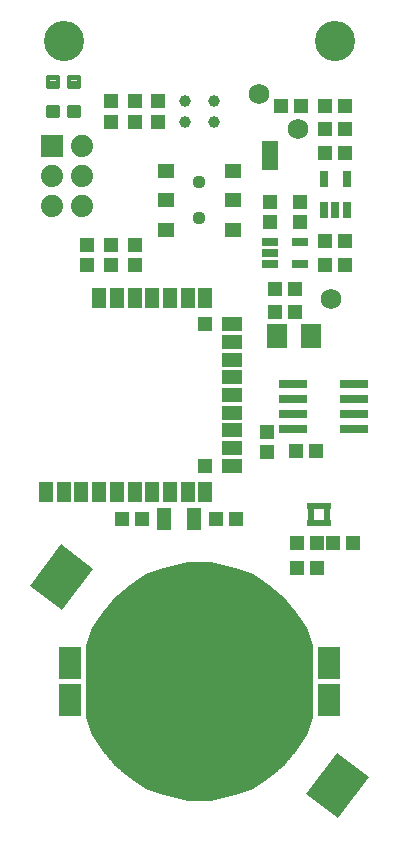
<source format=gbr>
G75*
%MOIN*%
%OFA0B0*%
%FSLAX25Y25*%
%IPPOS*%
%LPD*%
%AMOC8*
5,1,8,0,0,1.08239X$1,22.5*
%
%ADD10C,0.13398*%
%ADD11C,0.01421*%
%ADD12R,0.05131X0.04737*%
%ADD13R,0.07800X0.10800*%
%ADD14C,0.32296*%
%ADD15C,0.00500*%
%ADD16R,0.07099X0.07887*%
%ADD17R,0.04737X0.05131*%
%ADD18R,0.05524X0.02965*%
%ADD19R,0.05131X0.07493*%
%ADD20R,0.05800X0.03300*%
%ADD21R,0.04737X0.06706*%
%ADD22R,0.06706X0.04737*%
%ADD23R,0.04737X0.04737*%
%ADD24R,0.02965X0.05524*%
%ADD25C,0.03950*%
%ADD26R,0.07400X0.07400*%
%ADD27C,0.07400*%
%ADD28C,0.06800*%
%ADD29R,0.13398X0.17335*%
%ADD30R,0.09461X0.03162*%
%ADD31R,0.05328X0.04737*%
%ADD32C,0.04400*%
%ADD33R,0.02178X0.02276*%
%ADD34R,0.02276X0.02178*%
D10*
X0013780Y0261811D03*
X0104331Y0261811D03*
D11*
X0011985Y0239847D02*
X0011985Y0236531D01*
X0008669Y0236531D01*
X0008669Y0239847D01*
X0011985Y0239847D01*
X0011985Y0237951D02*
X0008669Y0237951D01*
X0008669Y0239371D02*
X0011985Y0239371D01*
X0018890Y0239847D02*
X0018890Y0236531D01*
X0015574Y0236531D01*
X0015574Y0239847D01*
X0018890Y0239847D01*
X0018890Y0237951D02*
X0015574Y0237951D01*
X0015574Y0239371D02*
X0018890Y0239371D01*
X0011985Y0249689D02*
X0011985Y0246373D01*
X0008669Y0246373D01*
X0008669Y0249689D01*
X0011985Y0249689D01*
X0011985Y0247793D02*
X0008669Y0247793D01*
X0008669Y0249213D02*
X0011985Y0249213D01*
X0018890Y0249689D02*
X0018890Y0246373D01*
X0015574Y0246373D01*
X0015574Y0249689D01*
X0018890Y0249689D01*
X0018890Y0247793D02*
X0015574Y0247793D01*
X0015574Y0249213D02*
X0018890Y0249213D01*
D12*
X0029528Y0241535D03*
X0029528Y0234843D03*
X0037402Y0241535D03*
X0037402Y0234843D03*
X0107677Y0232283D03*
X0100984Y0232283D03*
X0091142Y0125000D03*
X0097835Y0125000D03*
X0039764Y0102362D03*
X0033071Y0102362D03*
X0064567Y0102362D03*
X0071260Y0102362D03*
X0084252Y0179134D03*
X0090945Y0179134D03*
X0086220Y0240157D03*
X0092913Y0240157D03*
X0021654Y0187106D03*
X0021654Y0193799D03*
X0084252Y0171260D03*
X0090945Y0171260D03*
X0037402Y0187106D03*
X0037402Y0193799D03*
X0098327Y0094488D03*
X0091634Y0094488D03*
X0098327Y0086122D03*
X0091634Y0086122D03*
X0103445Y0094488D03*
X0110138Y0094488D03*
D13*
X0015748Y0054331D03*
X0102362Y0054331D03*
X0015748Y0042126D03*
X0102362Y0042126D03*
D14*
X0059055Y0048228D03*
D15*
X0059055Y0087598D02*
X0055118Y0087598D01*
X0047244Y0085630D01*
X0041339Y0083661D01*
X0035433Y0079724D01*
X0031102Y0076181D01*
X0027559Y0071850D01*
X0023622Y0065945D01*
X0021654Y0060039D01*
X0021654Y0048228D01*
X0059055Y0048228D01*
X0059055Y0087598D01*
X0059055Y0048356D02*
X0021654Y0048356D01*
X0021654Y0048854D02*
X0059055Y0048854D01*
X0059055Y0049353D02*
X0021654Y0049353D01*
X0021654Y0049851D02*
X0059055Y0049851D01*
X0059055Y0050350D02*
X0021654Y0050350D01*
X0021654Y0050848D02*
X0059055Y0050848D01*
X0059055Y0051347D02*
X0021654Y0051347D01*
X0021654Y0051845D02*
X0059055Y0051845D01*
X0059055Y0052344D02*
X0021654Y0052344D01*
X0021654Y0052842D02*
X0059055Y0052842D01*
X0059055Y0053341D02*
X0021654Y0053341D01*
X0021654Y0053839D02*
X0059055Y0053839D01*
X0059055Y0054338D02*
X0021654Y0054338D01*
X0021654Y0054836D02*
X0059055Y0054836D01*
X0059055Y0055335D02*
X0021654Y0055335D01*
X0021654Y0055833D02*
X0059055Y0055833D01*
X0059055Y0056332D02*
X0021654Y0056332D01*
X0021654Y0056830D02*
X0059055Y0056830D01*
X0059055Y0057329D02*
X0021654Y0057329D01*
X0021654Y0057827D02*
X0059055Y0057827D01*
X0059055Y0058326D02*
X0021654Y0058326D01*
X0021654Y0058824D02*
X0059055Y0058824D01*
X0059055Y0059323D02*
X0021654Y0059323D01*
X0021654Y0059821D02*
X0059055Y0059821D01*
X0059055Y0060320D02*
X0021747Y0060320D01*
X0021913Y0060818D02*
X0059055Y0060818D01*
X0059055Y0061317D02*
X0022079Y0061317D01*
X0022246Y0061815D02*
X0059055Y0061815D01*
X0059055Y0062314D02*
X0022412Y0062314D01*
X0022578Y0062812D02*
X0059055Y0062812D01*
X0059055Y0063311D02*
X0022744Y0063311D01*
X0022910Y0063809D02*
X0059055Y0063809D01*
X0059055Y0064308D02*
X0023076Y0064308D01*
X0023243Y0064806D02*
X0059055Y0064806D01*
X0059055Y0065305D02*
X0023409Y0065305D01*
X0023575Y0065803D02*
X0059055Y0065803D01*
X0059055Y0066302D02*
X0023860Y0066302D01*
X0024192Y0066801D02*
X0059055Y0066801D01*
X0059055Y0067299D02*
X0024525Y0067299D01*
X0024857Y0067798D02*
X0059055Y0067798D01*
X0059055Y0068296D02*
X0025189Y0068296D01*
X0025522Y0068795D02*
X0059055Y0068795D01*
X0059055Y0069293D02*
X0025854Y0069293D01*
X0026187Y0069792D02*
X0059055Y0069792D01*
X0059055Y0070290D02*
X0026519Y0070290D01*
X0026851Y0070789D02*
X0059055Y0070789D01*
X0059055Y0071287D02*
X0027184Y0071287D01*
X0027516Y0071786D02*
X0059055Y0071786D01*
X0059055Y0072284D02*
X0027914Y0072284D01*
X0028322Y0072783D02*
X0059055Y0072783D01*
X0059055Y0073281D02*
X0028730Y0073281D01*
X0029138Y0073780D02*
X0059055Y0073780D01*
X0059055Y0074278D02*
X0029545Y0074278D01*
X0029953Y0074777D02*
X0059055Y0074777D01*
X0059055Y0075275D02*
X0030361Y0075275D01*
X0030769Y0075774D02*
X0059055Y0075774D01*
X0059055Y0076272D02*
X0031214Y0076272D01*
X0031823Y0076771D02*
X0059055Y0076771D01*
X0059055Y0077269D02*
X0032432Y0077269D01*
X0033042Y0077768D02*
X0059055Y0077768D01*
X0059055Y0078266D02*
X0033651Y0078266D01*
X0034260Y0078765D02*
X0059055Y0078765D01*
X0059055Y0079263D02*
X0034870Y0079263D01*
X0035489Y0079762D02*
X0059055Y0079762D01*
X0059055Y0080260D02*
X0036237Y0080260D01*
X0036985Y0080759D02*
X0059055Y0080759D01*
X0059055Y0081257D02*
X0037732Y0081257D01*
X0038480Y0081756D02*
X0059055Y0081756D01*
X0059055Y0082254D02*
X0039228Y0082254D01*
X0039976Y0082753D02*
X0059055Y0082753D01*
X0059055Y0083251D02*
X0040724Y0083251D01*
X0041604Y0083750D02*
X0059055Y0083750D01*
X0059055Y0084248D02*
X0043100Y0084248D01*
X0044595Y0084747D02*
X0059055Y0084747D01*
X0059055Y0085245D02*
X0046091Y0085245D01*
X0047700Y0085744D02*
X0059055Y0085744D01*
X0059055Y0086242D02*
X0049694Y0086242D01*
X0051688Y0086741D02*
X0059055Y0086741D01*
X0059055Y0087239D02*
X0053682Y0087239D01*
X0059055Y0008858D02*
X0062992Y0008858D01*
X0070866Y0010827D01*
X0076772Y0012795D01*
X0082677Y0016732D01*
X0087008Y0020276D01*
X0090551Y0024606D01*
X0094488Y0030512D01*
X0096457Y0036417D01*
X0096457Y0048228D01*
X0059055Y0048228D01*
X0059055Y0008858D01*
X0059055Y0008973D02*
X0063452Y0008973D01*
X0065446Y0009472D02*
X0059055Y0009472D01*
X0059055Y0009970D02*
X0067440Y0009970D01*
X0069434Y0010469D02*
X0059055Y0010469D01*
X0059055Y0010967D02*
X0071288Y0010967D01*
X0072783Y0011466D02*
X0059055Y0011466D01*
X0059055Y0011964D02*
X0074279Y0011964D01*
X0075774Y0012463D02*
X0059055Y0012463D01*
X0059055Y0012961D02*
X0077021Y0012961D01*
X0077768Y0013460D02*
X0059055Y0013460D01*
X0059055Y0013958D02*
X0078516Y0013958D01*
X0079264Y0014457D02*
X0059055Y0014457D01*
X0059055Y0014955D02*
X0080012Y0014955D01*
X0080760Y0015454D02*
X0059055Y0015454D01*
X0059055Y0015952D02*
X0081507Y0015952D01*
X0082255Y0016451D02*
X0059055Y0016451D01*
X0059055Y0016949D02*
X0082943Y0016949D01*
X0083552Y0017448D02*
X0059055Y0017448D01*
X0059055Y0017946D02*
X0084161Y0017946D01*
X0084770Y0018445D02*
X0059055Y0018445D01*
X0059055Y0018943D02*
X0085380Y0018943D01*
X0085989Y0019442D02*
X0059055Y0019442D01*
X0059055Y0019940D02*
X0086598Y0019940D01*
X0087142Y0020439D02*
X0059055Y0020439D01*
X0059055Y0020937D02*
X0087549Y0020937D01*
X0087957Y0021436D02*
X0059055Y0021436D01*
X0059055Y0021934D02*
X0088365Y0021934D01*
X0088773Y0022433D02*
X0059055Y0022433D01*
X0059055Y0022932D02*
X0089181Y0022932D01*
X0089589Y0023430D02*
X0059055Y0023430D01*
X0059055Y0023929D02*
X0089997Y0023929D01*
X0090405Y0024427D02*
X0059055Y0024427D01*
X0059055Y0024926D02*
X0090764Y0024926D01*
X0091096Y0025424D02*
X0059055Y0025424D01*
X0059055Y0025923D02*
X0091429Y0025923D01*
X0091761Y0026421D02*
X0059055Y0026421D01*
X0059055Y0026920D02*
X0092093Y0026920D01*
X0092426Y0027418D02*
X0059055Y0027418D01*
X0059055Y0027917D02*
X0092758Y0027917D01*
X0093090Y0028415D02*
X0059055Y0028415D01*
X0059055Y0028914D02*
X0093423Y0028914D01*
X0093755Y0029412D02*
X0059055Y0029412D01*
X0059055Y0029911D02*
X0094087Y0029911D01*
X0094420Y0030409D02*
X0059055Y0030409D01*
X0059055Y0030908D02*
X0094620Y0030908D01*
X0094786Y0031406D02*
X0059055Y0031406D01*
X0059055Y0031905D02*
X0094952Y0031905D01*
X0095119Y0032403D02*
X0059055Y0032403D01*
X0059055Y0032902D02*
X0095285Y0032902D01*
X0095451Y0033400D02*
X0059055Y0033400D01*
X0059055Y0033899D02*
X0095617Y0033899D01*
X0095783Y0034397D02*
X0059055Y0034397D01*
X0059055Y0034896D02*
X0095950Y0034896D01*
X0096116Y0035394D02*
X0059055Y0035394D01*
X0059055Y0035893D02*
X0096282Y0035893D01*
X0096448Y0036391D02*
X0059055Y0036391D01*
X0059055Y0036890D02*
X0096457Y0036890D01*
X0096457Y0037388D02*
X0059055Y0037388D01*
X0059055Y0037887D02*
X0096457Y0037887D01*
X0096457Y0038385D02*
X0059055Y0038385D01*
X0059055Y0038884D02*
X0096457Y0038884D01*
X0096457Y0039382D02*
X0059055Y0039382D01*
X0059055Y0039881D02*
X0096457Y0039881D01*
X0096457Y0040379D02*
X0059055Y0040379D01*
X0059055Y0040878D02*
X0096457Y0040878D01*
X0096457Y0041376D02*
X0059055Y0041376D01*
X0059055Y0041875D02*
X0096457Y0041875D01*
X0096457Y0042373D02*
X0059055Y0042373D01*
X0059055Y0042872D02*
X0096457Y0042872D01*
X0096457Y0043370D02*
X0059055Y0043370D01*
X0059055Y0043869D02*
X0096457Y0043869D01*
X0096457Y0044368D02*
X0059055Y0044368D01*
X0059055Y0044866D02*
X0096457Y0044866D01*
X0096457Y0045365D02*
X0059055Y0045365D01*
X0059055Y0045863D02*
X0096457Y0045863D01*
X0096457Y0046362D02*
X0059055Y0046362D01*
X0059055Y0046860D02*
X0096457Y0046860D01*
X0096457Y0047359D02*
X0059055Y0047359D01*
X0059055Y0047857D02*
X0096457Y0047857D01*
X0096457Y0048228D02*
X0096457Y0060039D01*
X0094488Y0065945D01*
X0090551Y0071850D01*
X0087008Y0076181D01*
X0082677Y0079724D01*
X0076772Y0083661D01*
X0070866Y0085630D01*
X0062992Y0087598D01*
X0059055Y0087598D01*
X0059055Y0048228D01*
X0096457Y0048228D01*
X0096457Y0048356D02*
X0059055Y0048356D01*
X0059055Y0048854D02*
X0096457Y0048854D01*
X0096457Y0049353D02*
X0059055Y0049353D01*
X0059055Y0049851D02*
X0096457Y0049851D01*
X0096457Y0050350D02*
X0059055Y0050350D01*
X0059055Y0050848D02*
X0096457Y0050848D01*
X0096457Y0051347D02*
X0059055Y0051347D01*
X0059055Y0051845D02*
X0096457Y0051845D01*
X0096457Y0052344D02*
X0059055Y0052344D01*
X0059055Y0052842D02*
X0096457Y0052842D01*
X0096457Y0053341D02*
X0059055Y0053341D01*
X0059055Y0053839D02*
X0096457Y0053839D01*
X0096457Y0054338D02*
X0059055Y0054338D01*
X0059055Y0054836D02*
X0096457Y0054836D01*
X0096457Y0055335D02*
X0059055Y0055335D01*
X0059055Y0055833D02*
X0096457Y0055833D01*
X0096457Y0056332D02*
X0059055Y0056332D01*
X0059055Y0056830D02*
X0096457Y0056830D01*
X0096457Y0057329D02*
X0059055Y0057329D01*
X0059055Y0057827D02*
X0096457Y0057827D01*
X0096457Y0058326D02*
X0059055Y0058326D01*
X0059055Y0058824D02*
X0096457Y0058824D01*
X0096457Y0059323D02*
X0059055Y0059323D01*
X0059055Y0059821D02*
X0096457Y0059821D01*
X0096363Y0060320D02*
X0059055Y0060320D01*
X0059055Y0060818D02*
X0096197Y0060818D01*
X0096031Y0061317D02*
X0059055Y0061317D01*
X0059055Y0061815D02*
X0095865Y0061815D01*
X0095699Y0062314D02*
X0059055Y0062314D01*
X0059055Y0062812D02*
X0095532Y0062812D01*
X0095366Y0063311D02*
X0059055Y0063311D01*
X0059055Y0063809D02*
X0095200Y0063809D01*
X0095034Y0064308D02*
X0059055Y0064308D01*
X0059055Y0064806D02*
X0094868Y0064806D01*
X0094701Y0065305D02*
X0059055Y0065305D01*
X0059055Y0065803D02*
X0094535Y0065803D01*
X0094250Y0066302D02*
X0059055Y0066302D01*
X0059055Y0066801D02*
X0093918Y0066801D01*
X0093585Y0067299D02*
X0059055Y0067299D01*
X0059055Y0067798D02*
X0093253Y0067798D01*
X0092921Y0068296D02*
X0059055Y0068296D01*
X0059055Y0068795D02*
X0092588Y0068795D01*
X0092256Y0069293D02*
X0059055Y0069293D01*
X0059055Y0069792D02*
X0091924Y0069792D01*
X0091591Y0070290D02*
X0059055Y0070290D01*
X0059055Y0070789D02*
X0091259Y0070789D01*
X0090927Y0071287D02*
X0059055Y0071287D01*
X0059055Y0071786D02*
X0090594Y0071786D01*
X0090196Y0072284D02*
X0059055Y0072284D01*
X0059055Y0072783D02*
X0089788Y0072783D01*
X0089381Y0073281D02*
X0059055Y0073281D01*
X0059055Y0073780D02*
X0088973Y0073780D01*
X0088565Y0074278D02*
X0059055Y0074278D01*
X0059055Y0074777D02*
X0088157Y0074777D01*
X0087749Y0075275D02*
X0059055Y0075275D01*
X0059055Y0075774D02*
X0087341Y0075774D01*
X0086896Y0076272D02*
X0059055Y0076272D01*
X0059055Y0076771D02*
X0086287Y0076771D01*
X0085678Y0077269D02*
X0059055Y0077269D01*
X0059055Y0077768D02*
X0085069Y0077768D01*
X0084459Y0078266D02*
X0059055Y0078266D01*
X0059055Y0078765D02*
X0083850Y0078765D01*
X0083241Y0079263D02*
X0059055Y0079263D01*
X0059055Y0079762D02*
X0082621Y0079762D01*
X0081873Y0080260D02*
X0059055Y0080260D01*
X0059055Y0080759D02*
X0081126Y0080759D01*
X0080378Y0081257D02*
X0059055Y0081257D01*
X0059055Y0081756D02*
X0079630Y0081756D01*
X0078882Y0082254D02*
X0059055Y0082254D01*
X0059055Y0082753D02*
X0078134Y0082753D01*
X0077387Y0083251D02*
X0059055Y0083251D01*
X0059055Y0083750D02*
X0076506Y0083750D01*
X0075011Y0084248D02*
X0059055Y0084248D01*
X0059055Y0084747D02*
X0073515Y0084747D01*
X0072020Y0085245D02*
X0059055Y0085245D01*
X0059055Y0085744D02*
X0070410Y0085744D01*
X0068416Y0086242D02*
X0059055Y0086242D01*
X0059055Y0086741D02*
X0066422Y0086741D01*
X0064428Y0087239D02*
X0059055Y0087239D01*
X0021654Y0048228D02*
X0021654Y0036417D01*
X0023622Y0030512D01*
X0027559Y0024606D01*
X0031102Y0020276D01*
X0035433Y0016732D01*
X0041339Y0012795D01*
X0047244Y0010827D01*
X0055118Y0008858D01*
X0059055Y0008858D01*
X0059055Y0048228D01*
X0021654Y0048228D01*
X0054658Y0008973D02*
X0059055Y0008973D01*
X0059055Y0009472D02*
X0052664Y0009472D01*
X0050670Y0009970D02*
X0059055Y0009970D01*
X0059055Y0010469D02*
X0048676Y0010469D01*
X0046823Y0010967D02*
X0059055Y0010967D01*
X0059055Y0011466D02*
X0045327Y0011466D01*
X0043832Y0011964D02*
X0059055Y0011964D01*
X0059055Y0012463D02*
X0042336Y0012463D01*
X0041090Y0012961D02*
X0059055Y0012961D01*
X0059055Y0013460D02*
X0040342Y0013460D01*
X0039594Y0013958D02*
X0059055Y0013958D01*
X0059055Y0014457D02*
X0038846Y0014457D01*
X0038098Y0014955D02*
X0059055Y0014955D01*
X0059055Y0015454D02*
X0037351Y0015454D01*
X0036603Y0015952D02*
X0059055Y0015952D01*
X0059055Y0016451D02*
X0035855Y0016451D01*
X0035168Y0016949D02*
X0059055Y0016949D01*
X0059055Y0017448D02*
X0034558Y0017448D01*
X0033949Y0017946D02*
X0059055Y0017946D01*
X0059055Y0018445D02*
X0033340Y0018445D01*
X0032731Y0018943D02*
X0059055Y0018943D01*
X0059055Y0019442D02*
X0032121Y0019442D01*
X0031512Y0019940D02*
X0059055Y0019940D01*
X0059055Y0020439D02*
X0030969Y0020439D01*
X0030561Y0020937D02*
X0059055Y0020937D01*
X0059055Y0021436D02*
X0030153Y0021436D01*
X0029745Y0021934D02*
X0059055Y0021934D01*
X0059055Y0022433D02*
X0029337Y0022433D01*
X0028929Y0022932D02*
X0059055Y0022932D01*
X0059055Y0023430D02*
X0028521Y0023430D01*
X0028114Y0023929D02*
X0059055Y0023929D01*
X0059055Y0024427D02*
X0027706Y0024427D01*
X0027346Y0024926D02*
X0059055Y0024926D01*
X0059055Y0025424D02*
X0027014Y0025424D01*
X0026682Y0025923D02*
X0059055Y0025923D01*
X0059055Y0026421D02*
X0026349Y0026421D01*
X0026017Y0026920D02*
X0059055Y0026920D01*
X0059055Y0027418D02*
X0025684Y0027418D01*
X0025352Y0027917D02*
X0059055Y0027917D01*
X0059055Y0028415D02*
X0025020Y0028415D01*
X0024687Y0028914D02*
X0059055Y0028914D01*
X0059055Y0029412D02*
X0024355Y0029412D01*
X0024023Y0029911D02*
X0059055Y0029911D01*
X0059055Y0030409D02*
X0023690Y0030409D01*
X0023490Y0030908D02*
X0059055Y0030908D01*
X0059055Y0031406D02*
X0023324Y0031406D01*
X0023158Y0031905D02*
X0059055Y0031905D01*
X0059055Y0032403D02*
X0022992Y0032403D01*
X0022825Y0032902D02*
X0059055Y0032902D01*
X0059055Y0033400D02*
X0022659Y0033400D01*
X0022493Y0033899D02*
X0059055Y0033899D01*
X0059055Y0034397D02*
X0022327Y0034397D01*
X0022161Y0034896D02*
X0059055Y0034896D01*
X0059055Y0035394D02*
X0021995Y0035394D01*
X0021828Y0035893D02*
X0059055Y0035893D01*
X0059055Y0036391D02*
X0021662Y0036391D01*
X0021654Y0036890D02*
X0059055Y0036890D01*
X0059055Y0037388D02*
X0021654Y0037388D01*
X0021654Y0037887D02*
X0059055Y0037887D01*
X0059055Y0038385D02*
X0021654Y0038385D01*
X0021654Y0038884D02*
X0059055Y0038884D01*
X0059055Y0039382D02*
X0021654Y0039382D01*
X0021654Y0039881D02*
X0059055Y0039881D01*
X0059055Y0040379D02*
X0021654Y0040379D01*
X0021654Y0040878D02*
X0059055Y0040878D01*
X0059055Y0041376D02*
X0021654Y0041376D01*
X0021654Y0041875D02*
X0059055Y0041875D01*
X0059055Y0042373D02*
X0021654Y0042373D01*
X0021654Y0042872D02*
X0059055Y0042872D01*
X0059055Y0043370D02*
X0021654Y0043370D01*
X0021654Y0043869D02*
X0059055Y0043869D01*
X0059055Y0044368D02*
X0021654Y0044368D01*
X0021654Y0044866D02*
X0059055Y0044866D01*
X0059055Y0045365D02*
X0021654Y0045365D01*
X0021654Y0045863D02*
X0059055Y0045863D01*
X0059055Y0046362D02*
X0021654Y0046362D01*
X0021654Y0046860D02*
X0059055Y0046860D01*
X0059055Y0047359D02*
X0021654Y0047359D01*
X0021654Y0047857D02*
X0059055Y0047857D01*
D16*
X0085039Y0163386D03*
X0096063Y0163386D03*
D17*
X0082677Y0201378D03*
X0082677Y0208071D03*
X0092520Y0201378D03*
X0092520Y0208071D03*
X0100984Y0187008D03*
X0107677Y0187008D03*
X0045276Y0234843D03*
X0045276Y0241535D03*
X0100984Y0194882D03*
X0107677Y0194882D03*
X0107677Y0240157D03*
X0100984Y0240157D03*
X0107677Y0224409D03*
X0100984Y0224409D03*
X0029528Y0193799D03*
X0029528Y0187106D03*
X0081693Y0124606D03*
X0081693Y0131299D03*
D18*
X0082480Y0194685D03*
X0082480Y0190945D03*
X0082480Y0187205D03*
X0092717Y0187205D03*
X0092717Y0194685D03*
D19*
X0057087Y0102362D03*
X0047244Y0102362D03*
D20*
X0082677Y0226625D03*
X0082677Y0223425D03*
X0082677Y0220225D03*
D21*
X0007874Y0111220D03*
X0013780Y0111220D03*
X0019685Y0111220D03*
X0025591Y0111220D03*
X0031496Y0111220D03*
X0037402Y0111220D03*
X0043307Y0111220D03*
X0049213Y0111220D03*
X0055118Y0111220D03*
X0061024Y0111220D03*
X0061024Y0176181D03*
X0055118Y0176181D03*
X0049213Y0176181D03*
X0043307Y0176181D03*
X0037402Y0176181D03*
X0031496Y0176181D03*
X0025591Y0176181D03*
D22*
X0069882Y0120079D03*
X0069882Y0125984D03*
X0069882Y0131890D03*
X0069882Y0137795D03*
X0069882Y0143701D03*
X0069882Y0149606D03*
X0069882Y0155512D03*
X0069882Y0161417D03*
X0069882Y0167323D03*
D23*
X0061024Y0120079D03*
X0061024Y0167323D03*
D24*
X0100591Y0205512D03*
X0104331Y0205512D03*
X0108071Y0205512D03*
X0108071Y0215748D03*
X0100591Y0215748D03*
D25*
X0063898Y0241535D03*
X0063898Y0234843D03*
X0054213Y0241535D03*
X0054213Y0234843D03*
D26*
X0009764Y0226535D03*
D27*
X0019764Y0226535D03*
X0009764Y0216535D03*
X0019764Y0216535D03*
X0009764Y0206535D03*
X0019764Y0206535D03*
D28*
X0078740Y0244094D03*
X0092028Y0232283D03*
X0102854Y0175689D03*
D29*
G36*
X0013126Y0071986D02*
X0002427Y0080049D01*
X0012858Y0093892D01*
X0023557Y0085829D01*
X0013126Y0071986D01*
G37*
G36*
X0105252Y0002564D02*
X0094553Y0010627D01*
X0104984Y0024470D01*
X0115683Y0016407D01*
X0105252Y0002564D01*
G37*
D30*
X0110630Y0137264D03*
X0090157Y0137264D03*
X0110630Y0132264D03*
X0110630Y0142264D03*
X0110630Y0147264D03*
X0090157Y0132264D03*
X0090157Y0142264D03*
X0090157Y0147264D03*
D31*
X0070177Y0198819D03*
X0070177Y0208661D03*
X0070177Y0218504D03*
X0047933Y0198819D03*
X0047933Y0208661D03*
X0047933Y0218504D03*
D32*
X0059055Y0202756D03*
X0059055Y0214567D03*
D33*
X0101870Y0106644D03*
X0099902Y0106644D03*
X0097933Y0106644D03*
X0095965Y0106644D03*
X0095965Y0101033D03*
X0097933Y0101033D03*
X0099902Y0101033D03*
X0101870Y0101033D03*
D34*
X0096112Y0104823D03*
X0101722Y0102854D03*
X0101722Y0104823D03*
X0096112Y0102854D03*
M02*

</source>
